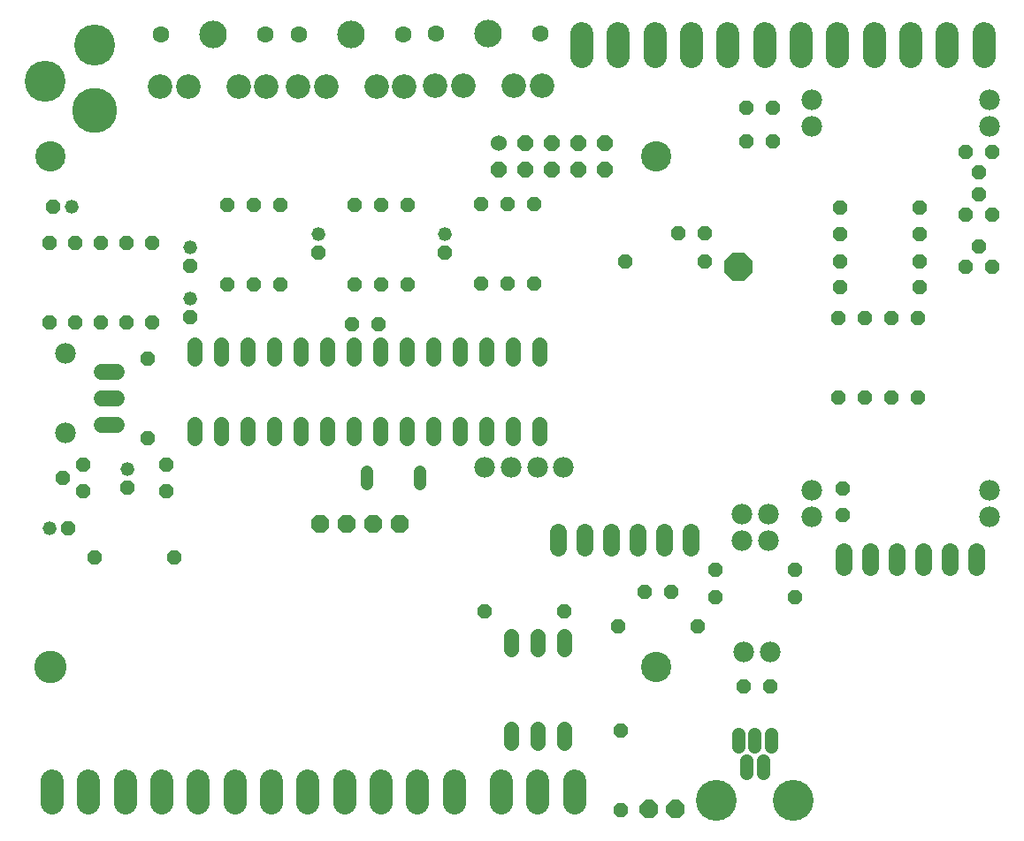
<source format=gbs>
G75*
%MOIN*%
%OFA0B0*%
%FSLAX24Y24*%
%IPPOS*%
%LPD*%
%AMOC8*
5,1,8,0,0,1.08239X$1,22.5*
%
%ADD10C,0.1142*%
%ADD11C,0.1221*%
%ADD12C,0.0560*%
%ADD13OC8,0.0560*%
%ADD14C,0.0480*%
%ADD15OC8,0.0670*%
%ADD16OC8,0.1040*%
%ADD17C,0.1540*%
%ADD18C,0.0516*%
%ADD19C,0.1040*%
%ADD20C,0.0926*%
%ADD21C,0.0631*%
%ADD22OC8,0.0520*%
%ADD23C,0.0520*%
%ADD24C,0.1700*%
%ADD25C,0.1542*%
%ADD26C,0.0640*%
%ADD27C,0.0600*%
%ADD28OC8,0.0600*%
%ADD29C,0.0880*%
%ADD30C,0.0780*%
%ADD31C,0.0600*%
%ADD32OC8,0.0700*%
D10*
X024839Y007327D03*
X024839Y026618D03*
X002005Y026618D03*
D11*
X002005Y007327D03*
D12*
X007430Y015974D02*
X007430Y016494D01*
X008430Y016494D02*
X008430Y015974D01*
X009430Y015974D02*
X009430Y016494D01*
X010430Y016494D02*
X010430Y015974D01*
X011430Y015974D02*
X011430Y016494D01*
X012430Y016494D02*
X012430Y015974D01*
X013430Y015974D02*
X013430Y016494D01*
X014430Y016494D02*
X014430Y015974D01*
X015430Y015974D02*
X015430Y016494D01*
X016430Y016494D02*
X016430Y015974D01*
X017430Y015974D02*
X017430Y016494D01*
X018430Y016494D02*
X018430Y015974D01*
X019430Y015974D02*
X019430Y016494D01*
X020430Y016494D02*
X020430Y015974D01*
X020430Y018974D02*
X020430Y019494D01*
X019430Y019494D02*
X019430Y018974D01*
X018430Y018974D02*
X018430Y019494D01*
X017430Y019494D02*
X017430Y018974D01*
X016430Y018974D02*
X016430Y019494D01*
X015430Y019494D02*
X015430Y018974D01*
X014430Y018974D02*
X014430Y019494D01*
X013430Y019494D02*
X013430Y018974D01*
X012430Y018974D02*
X012430Y019494D01*
X011430Y019494D02*
X011430Y018974D01*
X010430Y018974D02*
X010430Y019494D01*
X009430Y019494D02*
X009430Y018974D01*
X008430Y018974D02*
X008430Y019494D01*
X007430Y019494D02*
X007430Y018974D01*
X019357Y008516D02*
X019357Y007996D01*
X020357Y007996D02*
X020357Y008516D01*
X021357Y008516D02*
X021357Y007996D01*
X021357Y004996D02*
X021357Y004476D01*
X020357Y004476D02*
X020357Y004996D01*
X019357Y004996D02*
X019357Y004476D01*
D13*
X023507Y004945D03*
X023507Y001945D03*
X028125Y006594D03*
X029125Y006594D03*
X026385Y008858D03*
X027075Y009982D03*
X027075Y010991D03*
X025396Y010180D03*
X024396Y010180D03*
X023385Y008858D03*
X021365Y009449D03*
X018365Y009449D03*
X030075Y009982D03*
X030075Y010991D03*
X031873Y013083D03*
X031873Y014083D03*
X031690Y017498D03*
X032690Y017498D03*
X033690Y017498D03*
X034690Y017498D03*
X034690Y020498D03*
X033690Y020498D03*
X032690Y020498D03*
X031690Y020498D03*
X031753Y021667D03*
X031751Y022638D03*
X031753Y023667D03*
X031753Y024667D03*
X034753Y024667D03*
X034753Y023667D03*
X034751Y022638D03*
X034753Y021667D03*
X036491Y022441D03*
X036991Y023191D03*
X037491Y022441D03*
X037491Y024409D03*
X036991Y025159D03*
X036491Y024409D03*
X036991Y026022D03*
X036491Y026772D03*
X037491Y026772D03*
X029223Y027165D03*
X028223Y027165D03*
X028223Y028445D03*
X029223Y028445D03*
X026664Y023720D03*
X025664Y023720D03*
X026680Y022638D03*
X023680Y022638D03*
X020225Y021809D03*
X019225Y021809D03*
X018225Y021809D03*
X015480Y021784D03*
X014480Y021784D03*
X013480Y021784D03*
X013361Y020276D03*
X014361Y020276D03*
X010680Y021784D03*
X009680Y021784D03*
X008680Y021784D03*
X005845Y020333D03*
X004877Y020333D03*
X003908Y020333D03*
X002936Y020350D03*
X001952Y020350D03*
X001952Y023350D03*
X002936Y023350D03*
X003908Y023333D03*
X004877Y023333D03*
X005845Y023333D03*
X008680Y024784D03*
X009680Y024784D03*
X010680Y024784D03*
X013480Y024784D03*
X014480Y024784D03*
X015480Y024784D03*
X018225Y024809D03*
X019225Y024809D03*
X020225Y024809D03*
X006381Y014969D03*
X006381Y013969D03*
X005667Y015984D03*
X003231Y014969D03*
X002481Y014469D03*
X003231Y013969D03*
X003660Y011484D03*
X006660Y011484D03*
X005667Y018984D03*
D14*
X013934Y014696D02*
X013934Y014256D01*
X015934Y014256D02*
X015934Y014696D01*
D15*
X015180Y012734D03*
X014180Y012734D03*
X013180Y012734D03*
X012180Y012734D03*
D16*
X027936Y022441D03*
D17*
X027110Y002299D03*
X029984Y002299D03*
D18*
X028862Y003339D02*
X028862Y003815D01*
X028547Y004327D02*
X028547Y004802D01*
X027917Y004802D02*
X027917Y004327D01*
X028232Y003815D02*
X028232Y003339D01*
X029177Y004327D02*
X029177Y004802D01*
D19*
X018512Y031231D03*
X013341Y031221D03*
X008141Y031221D03*
D20*
X009086Y029253D03*
X010149Y029253D03*
X011333Y029253D03*
X012396Y029253D03*
X014286Y029253D03*
X015349Y029253D03*
X016504Y029262D03*
X017567Y029262D03*
X019457Y029262D03*
X020520Y029262D03*
X007196Y029253D03*
X006133Y029253D03*
D21*
X006172Y031221D03*
X010109Y031221D03*
X011372Y031221D03*
X015309Y031221D03*
X016543Y031231D03*
X020480Y031231D03*
D22*
X016850Y022959D03*
X012100Y022959D03*
X007267Y022485D03*
X007267Y020543D03*
X002094Y024705D03*
X004904Y014119D03*
X002681Y012582D03*
D23*
X001981Y012582D03*
X004904Y014819D03*
X007267Y021243D03*
X007267Y023185D03*
X002794Y024705D03*
X012100Y023659D03*
X016850Y023659D03*
D24*
X003680Y028330D03*
D25*
X001790Y029452D03*
X003680Y030791D03*
D26*
X021149Y012427D02*
X021149Y011827D01*
X022149Y011827D02*
X022149Y012427D01*
X023149Y012427D02*
X023149Y011827D01*
X024149Y011827D02*
X024149Y012427D01*
X025149Y012427D02*
X025149Y011827D01*
X026149Y011827D02*
X026149Y012427D01*
X031893Y011717D02*
X031893Y011117D01*
X032893Y011117D02*
X032893Y011717D01*
X033893Y011717D02*
X033893Y011117D01*
X034893Y011117D02*
X034893Y011717D01*
X035893Y011717D02*
X035893Y011117D01*
X036893Y011117D02*
X036893Y011717D01*
D27*
X018902Y027118D03*
D28*
X018902Y026118D03*
X019902Y026118D03*
X020902Y026118D03*
X020902Y027118D03*
X019902Y027118D03*
X021902Y027118D03*
X022902Y027118D03*
X022902Y026118D03*
X021902Y026118D03*
D29*
X002070Y003038D02*
X002070Y002198D01*
X003448Y002198D02*
X003448Y003038D01*
X004826Y003038D02*
X004826Y002198D01*
X006204Y002198D02*
X006204Y003038D01*
X007582Y003038D02*
X007582Y002198D01*
X008960Y002198D02*
X008960Y003038D01*
X010337Y003030D02*
X010337Y002190D01*
X011715Y002190D02*
X011715Y003030D01*
X013093Y003030D02*
X013093Y002190D01*
X014471Y002190D02*
X014471Y003030D01*
X015849Y003030D02*
X015849Y002190D01*
X017227Y002190D02*
X017227Y003030D01*
X018999Y003030D02*
X018999Y002190D01*
X020377Y002190D02*
X020377Y003030D01*
X021755Y003030D02*
X021755Y002190D01*
X022030Y030387D02*
X022030Y031227D01*
X023408Y031227D02*
X023408Y030387D01*
X024786Y030387D02*
X024786Y031227D01*
X026164Y031227D02*
X026164Y030387D01*
X027542Y030387D02*
X027542Y031227D01*
X028920Y031227D02*
X028920Y030387D01*
X030298Y030387D02*
X030298Y031227D01*
X031676Y031227D02*
X031676Y030387D01*
X033054Y030387D02*
X033054Y031227D01*
X034432Y031227D02*
X034432Y030387D01*
X035810Y030387D02*
X035810Y031227D01*
X037188Y031227D02*
X037188Y030387D01*
D30*
X037385Y028756D03*
X037385Y027756D03*
X030692Y027756D03*
X030692Y028756D03*
X021341Y014862D03*
X020357Y014862D03*
X019357Y014862D03*
X018357Y014862D03*
X028055Y013109D03*
X028055Y012109D03*
X029055Y012109D03*
X029055Y013109D03*
X030692Y012992D03*
X030692Y013992D03*
X029119Y007905D03*
X028119Y007905D03*
X037385Y012992D03*
X037385Y013992D03*
X002574Y016181D03*
X002574Y019181D03*
D31*
X003937Y018484D02*
X004497Y018484D01*
X004497Y017484D02*
X003937Y017484D01*
X003937Y016484D02*
X004497Y016484D01*
D32*
X024582Y001969D03*
X025582Y001969D03*
M02*

</source>
